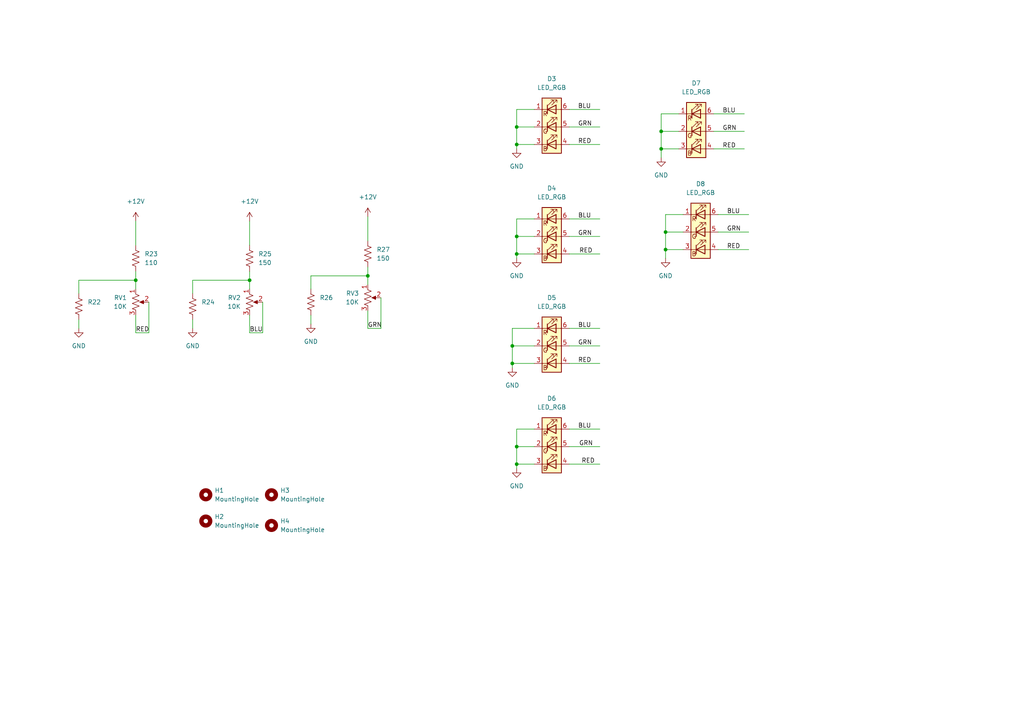
<source format=kicad_sch>
(kicad_sch (version 20211123) (generator eeschema)
  (paper "A4")
  (lib_symbols
    (symbol "Device:LED_RGB" (pin_names (offset 0) hide)
      (property "Reference" "D" (at 0 9.398 0))
      (property "Value" "LED_RGB" (at 0 -8.89 0))
      (symbol "LED_RGB_0_0"
        (text "B" (at -1.905 -6.35 0) (effects (font (size 1.27 1.27))))
        (text "G" (at -1.905 -1.27 0) (effects (font (size 1.27 1.27))))
        (text "R" (at -1.905 3.81 0) (effects (font (size 1.27 1.27))))
      )
      (symbol "LED_RGB_0_1"
        (polyline (pts (xy -1.27 -5.08) (xy -2.54 -5.08)))
        (polyline (pts (xy -1.27 -5.08) (xy 1.27 -5.08)))
        (polyline (pts (xy -1.27 -3.81) (xy -1.27 -6.35)) (stroke (width 0.254)))
        (polyline (pts (xy -1.27 0) (xy -2.54 0)))
        (polyline (pts (xy -1.27 1.27) (xy -1.27 -1.27)) (stroke (width 0.254)))
        (polyline (pts (xy -1.27 5.08) (xy -2.54 5.08)))
        (polyline (pts (xy -1.27 5.08) (xy 1.27 5.08)))
        (polyline (pts (xy -1.27 6.35) (xy -1.27 3.81)) (stroke (width 0.254)))
        (polyline (pts (xy 1.27 -5.08) (xy 2.54 -5.08)))
        (polyline (pts (xy 1.27 0) (xy -1.27 0)))
        (polyline (pts (xy 1.27 0) (xy 2.54 0)))
        (polyline (pts (xy 1.27 5.08) (xy 2.54 5.08)))
        (polyline (pts (xy -1.27 1.27) (xy -1.27 -1.27) (xy -1.27 -1.27)))
        (polyline (pts (xy -1.27 6.35) (xy -1.27 3.81) (xy -1.27 3.81)))
        (polyline (pts (xy 1.27 -3.81) (xy 1.27 -6.35) (xy -1.27 -5.08) (xy 1.27 -3.81)) (stroke (width 0.254)))
        (polyline (pts (xy 1.27 1.27) (xy 1.27 -1.27) (xy -1.27 0) (xy 1.27 1.27)) (stroke (width 0.254)))
        (polyline (pts (xy 1.27 6.35) (xy 1.27 3.81) (xy -1.27 5.08) (xy 1.27 6.35)) (stroke (width 0.254)))
        (polyline (pts (xy -1.016 -3.81) (xy 0.508 -2.286) (xy -0.254 -2.286) (xy 0.508 -2.286) (xy 0.508 -3.048)))
        (polyline (pts (xy -1.016 1.27) (xy 0.508 2.794) (xy -0.254 2.794) (xy 0.508 2.794) (xy 0.508 2.032)))
        (polyline (pts (xy -1.016 6.35) (xy 0.508 7.874) (xy -0.254 7.874) (xy 0.508 7.874) (xy 0.508 7.112)))
        (polyline (pts (xy 0 -3.81) (xy 1.524 -2.286) (xy 0.762 -2.286) (xy 1.524 -2.286) (xy 1.524 -3.048)))
        (polyline (pts (xy 0 1.27) (xy 1.524 2.794) (xy 0.762 2.794) (xy 1.524 2.794) (xy 1.524 2.032)))
        (polyline (pts (xy 0 6.35) (xy 1.524 7.874) (xy 0.762 7.874) (xy 1.524 7.874) (xy 1.524 7.112)))
        (rectangle (start 1.27 -1.27) (end 1.27 1.27))
        (rectangle (start 1.27 1.27) (end 1.27 1.27))
        (rectangle (start 1.27 3.81) (end 1.27 6.35))
        (rectangle (start 1.27 6.35) (end 1.27 6.35))
        (rectangle (start 2.794 8.382) (end -2.794 -7.62) (stroke (width 0.254)) (fill (type background)))
      )
      (symbol "LED_RGB_1_1"
        (pin passive line (at -5.08 5.08 0) (length 2.54) (name "RK") (number "1"))
        (pin passive line (at -5.08 0 0) (length 2.54) (name "GK") (number "2"))
        (pin passive line (at -5.08 -5.08 0) (length 2.54) (name "BK") (number "3"))
        (pin passive line (at 5.08 -5.08 180) (length 2.54) (name "BA") (number "4"))
        (pin passive line (at 5.08 0 180) (length 2.54) (name "GA") (number "5"))
        (pin passive line (at 5.08 5.08 180) (length 2.54) (name "RA") (number "6"))
      )
    )
    (symbol "Device:R_Potentiometer_US" (pin_names (offset 1.016) hide)
      (property "Reference" "RV" (at -4.445 0 90))
      (property "Value" "R_Potentiometer_US" (at -2.54 0 90))
      (symbol "R_Potentiometer_US_0_1"
        (polyline (pts (xy 0 -2.286) (xy 0 -2.54)))
        (polyline (pts (xy 0 2.54) (xy 0 2.286)))
        (polyline (pts (xy 2.54 0) (xy 1.524 0)))
        (polyline (pts (xy 1.143 0) (xy 2.286 0.508) (xy 2.286 -0.508) (xy 1.143 0)) (fill (type outline)))
        (polyline (pts (xy 0 -0.762) (xy 1.016 -1.143) (xy 0 -1.524) (xy -1.016 -1.905) (xy 0 -2.286)))
        (polyline (pts (xy 0 0.762) (xy 1.016 0.381) (xy 0 0) (xy -1.016 -0.381) (xy 0 -0.762)))
        (polyline (pts (xy 0 2.286) (xy 1.016 1.905) (xy 0 1.524) (xy -1.016 1.143) (xy 0 0.762)))
      )
      (symbol "R_Potentiometer_US_1_1"
        (pin passive line (at 0 3.81 270) (length 1.27) (name "1") (number "1"))
        (pin passive line (at 3.81 0 180) (length 1.27) (name "2") (number "2"))
        (pin passive line (at 0 -3.81 90) (length 1.27) (name "3") (number "3"))
      )
    )
    (symbol "Device:R_US" (pin_numbers hide) (pin_names (offset 0))
      (property "Reference" "R" (at 2.54 0 90))
      (property "Value" "R_US" (at -2.54 0 90))
      (symbol "R_US_0_1"
        (polyline (pts (xy 0 -2.286) (xy 0 -2.54)))
        (polyline (pts (xy 0 2.286) (xy 0 2.54)))
        (polyline (pts (xy 0 -0.762) (xy 1.016 -1.143) (xy 0 -1.524) (xy -1.016 -1.905) (xy 0 -2.286)))
        (polyline (pts (xy 0 0.762) (xy 1.016 0.381) (xy 0 0) (xy -1.016 -0.381) (xy 0 -0.762)))
        (polyline (pts (xy 0 2.286) (xy 1.016 1.905) (xy 0 1.524) (xy -1.016 1.143) (xy 0 0.762)))
      )
      (symbol "R_US_1_1"
        (pin passive line (at 0 3.81 270) (length 1.27) (name "~") (number "1"))
        (pin passive line (at 0 -3.81 90) (length 1.27) (name "~") (number "2"))
      )
    )
    (symbol "Mechanical:MountingHole" (pin_names (offset 1.016))
      (property "Reference" "H" (at 0 5.08 0))
      (property "Value" "MountingHole" (at 0 3.175 0))
      (symbol "MountingHole_0_1"
        (circle (center 0 0) (radius 1.27) (stroke (width 1.27)))
      )
    )
    (symbol "power:+12V" (power) (pin_names (offset 0))
      (property "Value" "+12V" (at 0 3.556 0))
      (symbol "+12V_0_1"
        (polyline (pts (xy -0.762 1.27) (xy 0 2.54)))
        (polyline (pts (xy 0 0) (xy 0 2.54)))
        (polyline (pts (xy 0 2.54) (xy 0.762 1.27)))
      )
      (symbol "+12V_1_1"
        (pin power_in line (at 0 0 90) (length 0) hide (name "+12V") (number "1"))
      )
    )
    (symbol "power:GND" (power) (pin_names (offset 0))
      (property "Value" "GND" (at 0 -3.81 0))
      (symbol "GND_0_1"
        (polyline (pts (xy 0 0) (xy 0 -1.27) (xy 1.27 -1.27) (xy 0 -2.54) (xy -1.27 -1.27) (xy 0 -1.27)))
      )
      (symbol "GND_1_1"
        (pin power_in line (at 0 0 270) (length 0) hide (name "GND") (number "1"))
      )
    )
  )
  (junction (at 149.86 73.66))
  (junction (at 193.04 72.39))
  (junction (at 191.77 38.1))
  (junction (at 39.37 81.28))
  (junction (at 106.68 80.01))
  (junction (at 149.86 68.58))
  (junction (at 191.77 43.18))
  (junction (at 193.04 67.31))
  (junction (at 72.39 81.28))
  (junction (at 148.59 100.33))
  (junction (at 148.59 105.41))
  (junction (at 149.86 134.62))
  (junction (at 149.86 129.54))
  (junction (at 149.86 36.83))
  (junction (at 149.86 41.91))
  (wire (pts (xy 149.86 129.54) (xy 149.86 134.62)))
  (wire (pts (xy 149.86 134.62) (xy 149.86 135.89)))
  (wire (pts (xy 154.94 41.91) (xy 149.86 41.91)))
  (wire (pts (xy 191.77 33.02) (xy 191.77 38.1)))
  (wire (pts (xy 149.86 73.66) (xy 149.86 74.93)))
  (wire (pts (xy 39.37 78.74) (xy 39.37 81.28)))
  (wire (pts (xy 148.59 100.33) (xy 148.59 105.41)))
  (wire (pts (xy 149.86 68.58) (xy 149.86 73.66)))
  (wire (pts (xy 39.37 81.28) (xy 22.86 81.28)))
  (wire (pts (xy 148.59 105.41) (xy 148.59 106.68)))
  (wire (pts (xy 165.1 63.5) (xy 173.99 63.5)))
  (wire (pts (xy 106.68 80.01) (xy 90.17 80.01)))
  (wire (pts (xy 207.01 33.02) (xy 215.9 33.02)))
  (wire (pts (xy 207.01 43.18) (xy 215.9 43.18)))
  (wire (pts (xy 22.86 81.28) (xy 22.86 85.09)))
  (wire (pts (xy 72.39 64.135) (xy 72.39 71.12)))
  (wire (pts (xy 154.94 95.25) (xy 148.59 95.25)))
  (wire (pts (xy 106.68 80.01) (xy 106.68 82.55)))
  (wire (pts (xy 90.17 80.01) (xy 90.17 83.82)))
  (wire (pts (xy 154.94 31.75) (xy 149.86 31.75)))
  (wire (pts (xy 154.94 105.41) (xy 148.59 105.41)))
  (wire (pts (xy 165.1 41.91) (xy 173.99 41.91)))
  (wire (pts (xy 106.68 77.47) (xy 106.68 80.01)))
  (wire (pts (xy 193.04 67.31) (xy 193.04 72.39)))
  (wire (pts (xy 72.39 81.28) (xy 72.39 83.82)))
  (wire (pts (xy 149.86 41.91) (xy 149.86 43.18)))
  (wire (pts (xy 55.88 81.28) (xy 55.88 85.09)))
  (wire (pts (xy 149.86 63.5) (xy 149.86 68.58)))
  (wire (pts (xy 43.18 96.52) (xy 39.37 96.52)))
  (wire (pts (xy 165.1 100.33) (xy 173.99 100.33)))
  (wire (pts (xy 165.1 95.25) (xy 173.99 95.25)))
  (wire (pts (xy 154.94 63.5) (xy 149.86 63.5)))
  (wire (pts (xy 110.49 86.36) (xy 110.49 95.25)))
  (wire (pts (xy 72.39 78.74) (xy 72.39 81.28)))
  (wire (pts (xy 165.1 31.75) (xy 173.99 31.75)))
  (wire (pts (xy 154.94 129.54) (xy 149.86 129.54)))
  (wire (pts (xy 208.28 67.31) (xy 217.17 67.31)))
  (wire (pts (xy 193.04 72.39) (xy 193.04 74.93)))
  (wire (pts (xy 196.85 43.18) (xy 191.77 43.18)))
  (wire (pts (xy 72.39 81.28) (xy 55.88 81.28)))
  (wire (pts (xy 198.12 62.23) (xy 193.04 62.23)))
  (wire (pts (xy 193.04 62.23) (xy 193.04 67.31)))
  (wire (pts (xy 106.68 95.25) (xy 106.68 90.17)))
  (wire (pts (xy 110.49 95.25) (xy 106.68 95.25)))
  (wire (pts (xy 165.1 73.66) (xy 173.99 73.66)))
  (wire (pts (xy 165.1 129.54) (xy 173.99 129.54)))
  (wire (pts (xy 39.37 81.28) (xy 39.37 83.82)))
  (wire (pts (xy 154.94 100.33) (xy 148.59 100.33)))
  (wire (pts (xy 154.94 124.46) (xy 149.86 124.46)))
  (wire (pts (xy 39.37 96.52) (xy 39.37 91.44)))
  (wire (pts (xy 208.28 62.23) (xy 217.17 62.23)))
  (wire (pts (xy 149.86 36.83) (xy 149.86 41.91)))
  (wire (pts (xy 154.94 73.66) (xy 149.86 73.66)))
  (wire (pts (xy 149.86 31.75) (xy 149.86 36.83)))
  (wire (pts (xy 22.86 92.71) (xy 22.86 95.25)))
  (wire (pts (xy 207.01 38.1) (xy 215.9 38.1)))
  (wire (pts (xy 208.28 72.39) (xy 217.17 72.39)))
  (wire (pts (xy 196.85 33.02) (xy 191.77 33.02)))
  (wire (pts (xy 106.68 62.865) (xy 106.68 69.85)))
  (wire (pts (xy 198.12 72.39) (xy 193.04 72.39)))
  (wire (pts (xy 165.1 68.58) (xy 173.99 68.58)))
  (wire (pts (xy 165.1 36.83) (xy 173.99 36.83)))
  (wire (pts (xy 39.37 64.135) (xy 39.37 71.12)))
  (wire (pts (xy 148.59 95.25) (xy 148.59 100.33)))
  (wire (pts (xy 55.88 92.71) (xy 55.88 95.25)))
  (wire (pts (xy 191.77 38.1) (xy 191.77 43.18)))
  (wire (pts (xy 76.2 96.52) (xy 72.39 96.52)))
  (wire (pts (xy 90.17 91.44) (xy 90.17 93.98)))
  (wire (pts (xy 154.94 36.83) (xy 149.86 36.83)))
  (wire (pts (xy 191.77 43.18) (xy 191.77 45.72)))
  (wire (pts (xy 196.85 38.1) (xy 191.77 38.1)))
  (wire (pts (xy 76.2 87.63) (xy 76.2 96.52)))
  (wire (pts (xy 165.1 134.62) (xy 173.99 134.62)))
  (wire (pts (xy 154.94 134.62) (xy 149.86 134.62)))
  (wire (pts (xy 165.1 124.46) (xy 173.99 124.46)))
  (wire (pts (xy 198.12 67.31) (xy 193.04 67.31)))
  (wire (pts (xy 154.94 68.58) (xy 149.86 68.58)))
  (wire (pts (xy 149.86 124.46) (xy 149.86 129.54)))
  (wire (pts (xy 43.18 87.63) (xy 43.18 96.52)))
  (wire (pts (xy 72.39 96.52) (xy 72.39 91.44)))
  (wire (pts (xy 165.1 105.41) (xy 173.99 105.41)))
  (label "GRN" (at 167.64 68.58 0))
  (label "RED" (at 210.82 72.39 0))
  (label "GRN" (at 210.82 67.31 0))
  (label "GRN" (at 167.64 36.83 0))
  (label "RED" (at 168.6415 134.62 0))
  (label "RED" (at 209.55 43.18 0))
  (label "BLU" (at 209.55 33.02 0))
  (label "BLU" (at 167.64 95.25 0))
  (label "BLU" (at 167.601 31.75 0))
  (label "GRN" (at 209.5654 38.1 0))
  (label "RED" (at 167.64 105.41 0))
  (label "GRN" (at 167.64 100.33 0))
  (label "RED" (at 167.64 41.91 0))
  (label "GRN" (at 167.9319 129.54 0))
  (label "BLU" (at 210.82 62.23 0))
  (label "RED" (at 167.9797 73.66 0))
  (label "BLU" (at 72.39 96.52 0))
  (label "RED" (at 39.37 96.52 0))
  (label "BLU" (at 167.64 63.5 0))
  (label "BLU" (at 167.64 124.46 0))
  (label "GRN" (at 106.68 95.25 0))
  (symbol (lib_id "Device:R_Potentiometer_US") (at 106.68 86.36 0) (unit 1)
    (property "Reference" "RV3" (at 104.14 85.0899 0) (effects (justify right)))
    (property "Value" "10K" (at 104.14 87.6299 0) (effects (justify right)))
    (property "Footprint" "WH148:WH148" (effects hide))
  )
  (symbol (lib_id "Device:R_Potentiometer_US") (at 39.37 87.63 0) (unit 1)
    (property "Reference" "RV1" (at 36.83 86.3599 0) (effects (justify right)))
    (property "Value" "10K" (at 36.83 88.8999 0) (effects (justify right)))
    (property "Footprint" "WH148:WH148" (effects hide))
  )
  (symbol (lib_id "power:GND") (at 148.59 106.68 0) (unit 1)
    (property "Reference" "#PWR081" (effects hide))
    (property "Value" "GND" (at 148.59 111.76 0))
  )
  (symbol (lib_id "Device:LED_RGB") (at 160.02 100.33 0) (unit 1)
    (property "Reference" "D5" (at 160.02 86.36 0))
    (property "Value" "LED_RGB" (at 160.02 88.9 0))
    (property "Footprint" "CLY6D-FKC-CK1N1D1BB7D3D3:CLY6D-FKC-CK1N1D1BB7D3D3" (effects hide))
  )
  (symbol (lib_id "power:GND") (at 90.17 93.98 0) (unit 1)
    (property "Reference" "#PWR079" (effects hide))
    (property "Value" "GND" (at 90.17 99.06 0))
  )
  (symbol (lib_id "Device:R_US") (at 106.68 73.66 0) (unit 1)
    (property "Reference" "R27" (at 109.22 72.3899 0) (effects (justify left)))
    (property "Value" "150" (at 109.22 74.9299 0) (effects (justify left)))
    (property "Footprint" "Resistor_THT:R_Axial_DIN0414_L11.9mm_D4.5mm_P15.24mm_Horizontal" (effects hide))
  )
  (symbol (lib_id "power:+12V") (at 106.68 62.865 0) (unit 1)
    (property "Reference" "#PWR080" (effects hide))
    (property "Value" "+12V" (at 106.68 57.15 0))
  )
  (symbol (lib_id "power:GND") (at 149.86 43.18 0) (unit 1)
    (property "Reference" "#PWR082" (effects hide))
    (property "Value" "GND" (at 149.86 48.26 0))
  )
  (symbol (lib_id "Mechanical:MountingHole") (at 78.74 143.51 0) (unit 1)
    (property "Reference" "H3" (at 81.28 142.2399 0) (effects (justify left)))
    (property "Value" "MountingHole" (at 81.28 144.7799 0) (effects (justify left)))
    (property "Footprint" "MountingHole:MountingHole_4.3mm_M4" (effects hide))
  )
  (symbol (lib_id "power:+12V") (at 39.37 64.135 0) (unit 1)
    (property "Reference" "#PWR076" (effects hide))
    (property "Value" "+12V" (at 39.37 58.42 0))
  )
  (symbol (lib_id "Device:LED_RGB") (at 201.93 38.1 0) (unit 1)
    (property "Reference" "D7" (at 201.93 24.13 0))
    (property "Value" "LED_RGB" (at 201.93 26.67 0))
    (property "Footprint" "CLY6D-FKC-CK1N1D1BB7D3D3:CLY6D-FKC-CK1N1D1BB7D3D3" (effects hide))
  )
  (symbol (lib_id "Device:R_US") (at 22.86 88.9 0) (unit 1)
    (property "Reference" "R22" (at 25.4 87.6299 0) (effects (justify left)))
    (property "Value" "Resistor_THT:R_Axial_DIN0207_L6.3mm_D2.5mm_P10.16mm_Horizontal" (effects hide))
    (property "Footprint" "Resistor_THT:R_Axial_DIN0207_L6.3mm_D2.5mm_P10.16mm_Horizontal" (effects hide))
  )
  (symbol (lib_id "Mechanical:MountingHole") (at 78.74 152.4 0) (unit 1)
    (property "Reference" "H4" (at 81.28 151.1299 0) (effects (justify left)))
    (property "Value" "MountingHole" (at 81.28 153.6699 0) (effects (justify left)))
    (property "Footprint" "MountingHole:MountingHole_4.3mm_M4" (effects hide))
  )
  (symbol (lib_id "power:GND") (at 193.04 74.93 0) (unit 1)
    (property "Reference" "#PWR086" (effects hide))
    (property "Value" "GND" (at 193.04 80.01 0))
  )
  (symbol (lib_id "Device:R_US") (at 72.39 74.93 0) (unit 1)
    (property "Reference" "R25" (at 74.93 73.6599 0) (effects (justify left)))
    (property "Value" "150" (at 74.93 76.1999 0) (effects (justify left)))
    (property "Footprint" "Resistor_THT:R_Axial_DIN0414_L11.9mm_D4.5mm_P15.24mm_Horizontal" (effects hide))
  )
  (symbol (lib_id "Device:R_Potentiometer_US") (at 72.39 87.63 0) (unit 1)
    (property "Reference" "RV2" (at 69.85 86.3599 0) (effects (justify right)))
    (property "Value" "10K" (at 69.85 88.8999 0) (effects (justify right)))
    (property "Footprint" "WH148:WH148" (effects hide))
  )
  (symbol (lib_id "Device:LED_RGB") (at 160.02 68.58 0) (unit 1)
    (property "Reference" "D4" (at 160.02 54.61 0))
    (property "Value" "LED_RGB" (at 160.02 57.15 0))
    (property "Footprint" "CLY6D-FKC-CK1N1D1BB7D3D3:CLY6D-FKC-CK1N1D1BB7D3D3" (effects hide))
  )
  (symbol (lib_id "power:GND") (at 149.86 135.89 0) (unit 1)
    (property "Reference" "#PWR084" (effects hide))
    (property "Value" "GND" (at 149.86 140.97 0))
  )
  (symbol (lib_id "Mechanical:MountingHole") (at 59.69 143.51 0) (unit 1)
    (property "Reference" "H1" (at 62.23 142.2399 0) (effects (justify left)))
    (property "Value" "MountingHole" (at 62.23 144.7799 0) (effects (justify left)))
    (property "Footprint" "MountingHole:MountingHole_4.3mm_M4" (effects hide))
  )
  (symbol (lib_id "Device:LED_RGB") (at 160.02 36.83 0) (unit 1)
    (property "Reference" "D3" (at 160.02 22.86 0))
    (property "Value" "LED_RGB" (at 160.02 25.4 0))
    (property "Footprint" "CLY6D-FKC-CK1N1D1BB7D3D3:CLY6D-FKC-CK1N1D1BB7D3D3" (effects hide))
  )
  (symbol (lib_id "Device:LED_RGB") (at 160.02 129.54 0) (unit 1)
    (property "Reference" "D6" (at 160.02 115.57 0))
    (property "Value" "LED_RGB" (at 160.02 118.11 0))
    (property "Footprint" "CLY6D-FKC-CK1N1D1BB7D3D3:CLY6D-FKC-CK1N1D1BB7D3D3" (effects hide))
  )
  (symbol (lib_id "Device:R_US") (at 90.17 87.63 0) (unit 1)
    (property "Reference" "R26" (at 92.71 86.3599 0) (effects (justify left)))
    (property "Value" "Resistor_THT:R_Axial_DIN0207_L6.3mm_D2.5mm_P10.16mm_Horizontal" (effects hide))
    (property "Footprint" "Resistor_THT:R_Axial_DIN0207_L6.3mm_D2.5mm_P10.16mm_Horizontal" (effects hide))
  )
  (symbol (lib_id "power:+12V") (at 72.39 64.135 0) (unit 1)
    (property "Reference" "#PWR078" (effects hide))
    (property "Value" "+12V" (at 72.39 58.42 0))
  )
  (symbol (lib_id "power:GND") (at 191.77 45.72 0) (unit 1)
    (property "Reference" "#PWR085" (effects hide))
    (property "Value" "GND" (at 191.77 50.8 0))
  )
  (symbol (lib_id "power:GND") (at 149.86 74.93 0) (unit 1)
    (property "Reference" "#PWR083" (effects hide))
    (property "Value" "GND" (at 149.86 80.01 0))
  )
  (symbol (lib_id "Device:R_US") (at 39.37 74.93 0) (unit 1)
    (property "Reference" "R23" (at 41.91 73.6599 0) (effects (justify left)))
    (property "Value" "110" (at 41.91 76.1999 0) (effects (justify left)))
    (property "Footprint" "Resistor_THT:R_Axial_DIN0411_L9.9mm_D3.6mm_P12.70mm_Horizontal" (effects hide))
  )
  (symbol (lib_id "Device:R_US") (at 55.88 88.9 0) (unit 1)
    (property "Reference" "R24" (at 58.42 87.6299 0) (effects (justify left)))
    (property "Value" "Resistor_THT:R_Axial_DIN0207_L6.3mm_D2.5mm_P10.16mm_Horizontal" (effects hide))
    (property "Footprint" "Resistor_THT:R_Axial_DIN0207_L6.3mm_D2.5mm_P10.16mm_Horizontal" (effects hide))
  )
  (symbol (lib_id "power:GND") (at 22.86 95.25 0) (unit 1)
    (property "Reference" "#PWR075" (effects hide))
    (property "Value" "GND" (at 22.86 100.33 0))
  )
  (symbol (lib_id "power:GND") (at 55.88 95.25 0) (unit 1)
    (property "Reference" "#PWR077" (effects hide))
    (property "Value" "GND" (at 55.88 100.33 0))
  )
  (symbol (lib_id "Device:LED_RGB") (at 203.2 67.31 0) (unit 1)
    (property "Reference" "D8" (at 203.2 53.34 0))
    (property "Value" "LED_RGB" (at 203.2 55.88 0))
    (property "Footprint" "CLY6D-FKC-CK1N1D1BB7D3D3:CLY6D-FKC-CK1N1D1BB7D3D3" (effects hide))
  )
  (symbol (lib_id "Mechanical:MountingHole") (at 59.69 151.13 0) (unit 1)
    (property "Reference" "H2" (at 62.23 149.8599 0) (effects (justify left)))
    (property "Value" "MountingHole" (at 62.23 152.3999 0) (effects (justify left)))
    (property "Footprint" "MountingHole:MountingHole_4.3mm_M4" (effects hide))
  )
)
</source>
